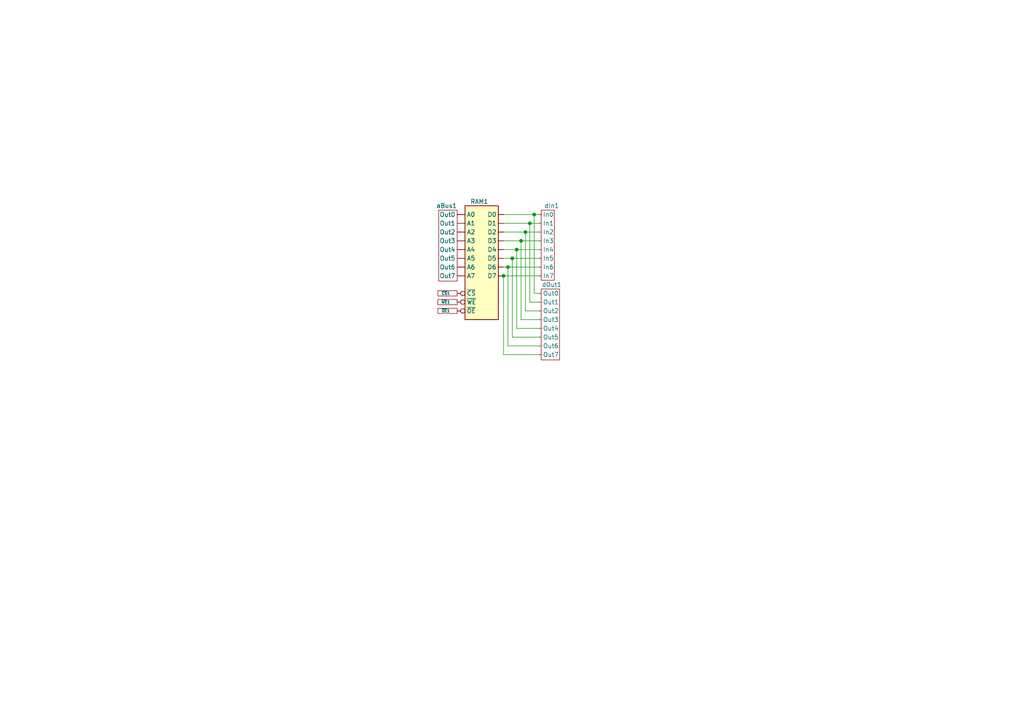
<source format=kicad_sch>
(kicad_sch (version 20230121) (generator eeschema)
  (paper "A4")
  (lib_symbols
    (symbol "Tests:InBus" (pin_numbers hide)
      (property "Reference" "InBus" (at 1.512 11.176 0))
      (symbol "InBus_0_1"
        (rectangle (start 0.75 10.16) (end 4.56 -10.16))
      )
      (symbol "InBus_1_1"
        (pin input line (at 0 8.89 0) (length 0.75) (name "In0") (number "0"))
        (pin input line (at 0 6.35 0) (length 0.75) (name "In1") (number "1"))
        (pin input line (at 0 3.81 0) (length 0.75) (name "In2") (number "2"))
        (pin input line (at 0 1.27 0) (length 0.75) (name "In3") (number "3"))
        (pin input line (at 0 -1.27 0) (length 0.75) (name "In4") (number "4"))
        (pin input line (at 0 -3.81 0) (length 0.75) (name "In5") (number "5"))
        (pin input line (at 0 -6.35 0) (length 0.75) (name "In6") (number "6"))
        (pin input line (at 0 -8.89 0) (length 0.75) (name "In7") (number "7"))
      )
    )
    (symbol "Tests:OutBus" (pin_numbers hide)
      (property "Reference" "OutBus" (at -1.524 11.176 0))
      (symbol "OutBus_0_1"
        (rectangle (start -6.096 10.16) (end -0.75 -10.414))
      )
      (symbol "OutBus_1_1"
        (pin output line (at 0 8.89 180) (length 0.75) (name "Out0") (number "0"))
        (pin output line (at 0 6.35 180) (length 0.75) (name "Out1") (number "1"))
        (pin output line (at 0 3.81 180) (length 0.75) (name "Out2") (number "2"))
        (pin output line (at 0 1.27 180) (length 0.75) (name "Out3") (number "3"))
        (pin output line (at 0 -1.27 180) (length 0.75) (name "Out4") (number "4"))
        (pin output line (at 0 -3.81 180) (length 0.75) (name "Out5") (number "5"))
        (pin output line (at 0 -6.35 180) (length 0.75) (name "Out6") (number "6"))
        (pin output line (at 0 -8.89 180) (length 0.75) (name "Out7") (number "7"))
      )
    )
    (symbol "Tests:OutPin" (pin_numbers hide) (pin_names hide)
      (property "Reference" "OutPin" (at -4.064 0 0))
      (symbol "OutPin_0_1"
        (rectangle (start -6.35 0.762) (end -0.762 -0.762))
      )
      (symbol "OutPin_1_1"
        (pin output line (at 0 0 180) (length 0.75) (name "Out") (number "1"))
      )
    )
    (symbol "chip:RAM256" (pin_numbers hide)
      (property "Reference" "RAM" (at -3.302 20.828 0))
      (symbol "RAM256_0_1"
        (rectangle (start -4.826 20.32) (end 4.826 -12.7) (stroke (width 0.254)) (fill (type background)))
      )
      (symbol "RAM256_1_1"
        (pin input line (at -6.35 17.78 0) (length 1.5) (name "A0") (number "1"))
        (pin bidirectional line (at 6.35 17.78 180) (length 1.5) (name "D0") (number "17"))
        (pin bidirectional line (at 6.35 15.24 180) (length 1.5) (name "D1") (number "18"))
        (pin bidirectional line (at 6.35 12.7 180) (length 1.5) (name "D2") (number "19"))
        (pin input line (at -6.35 15.24 0) (length 1.5) (name "A1") (number "2"))
        (pin bidirectional line (at 6.35 10.16 180) (length 1.5) (name "D3") (number "20"))
        (pin bidirectional line (at 6.35 7.62 180) (length 1.5) (name "D4") (number "21"))
        (pin bidirectional line (at 6.35 5.08 180) (length 1.5) (name "D5") (number "22"))
        (pin bidirectional line (at 6.35 2.54 180) (length 1.5) (name "D6") (number "23"))
        (pin bidirectional line (at 6.35 0 180) (length 1.5) (name "D7") (number "24"))
        (pin input inverted (at -6.35 -5.08 0) (length 1.5) (name "~{CS}") (number "26"))
        (pin input inverted (at -6.35 -10.16 0) (length 1.5) (name "~{OE}") (number "27"))
        (pin input inverted (at -6.35 -7.62 0) (length 1.5) (name "~{WE}") (number "28"))
        (pin input line (at -6.35 12.7 0) (length 1.5) (name "A2") (number "3"))
        (pin input line (at -6.35 10.16 0) (length 1.5) (name "A3") (number "4"))
        (pin input line (at -6.35 7.62 0) (length 1.5) (name "A4") (number "5"))
        (pin input line (at -6.35 5.08 0) (length 1.5) (name "A5") (number "6"))
        (pin input line (at -6.35 2.54 0) (length 1.5) (name "A6") (number "7"))
        (pin input line (at -6.35 0 0) (length 1.5) (name "A7") (number "8"))
      )
    )
  )
  (junction (at 149.86 72.39))
  (junction (at 152.4 67.31))
  (junction (at 148.59 74.93))
  (junction (at 153.67 64.77))
  (junction (at 154.94 62.23))
  (junction (at 151.13 69.85))
  (junction (at 146.05 80.01))
  (junction (at 147.32 77.47))
  (wire (pts (xy 156.21 80.01) (xy 146.05 80.01)))
  (wire (pts (xy 156.21 67.31) (xy 152.4 67.31)))
  (wire (pts (xy 151.13 92.71) (xy 156.21 92.71)))
  (wire (pts (xy 147.32 77.47) (xy 146.05 77.47)))
  (wire (pts (xy 152.4 67.31) (xy 146.05 67.31)))
  (wire (pts (xy 151.13 69.85) (xy 146.05 69.85)))
  (wire (pts (xy 156.21 72.39) (xy 149.86 72.39)))
  (wire (pts (xy 154.94 62.23) (xy 146.05 62.23)))
  (wire (pts (xy 156.21 77.47) (xy 147.32 77.47)))
  (wire (pts (xy 148.59 97.79) (xy 156.21 97.79)))
  (wire (pts (xy 154.94 85.09) (xy 156.21 85.09)))
  (wire (pts (xy 151.13 92.71) (xy 151.13 69.85)))
  (wire (pts (xy 156.21 69.85) (xy 151.13 69.85)))
  (wire (pts (xy 149.86 95.25) (xy 149.86 72.39)))
  (wire (pts (xy 149.86 95.25) (xy 156.21 95.25)))
  (wire (pts (xy 147.32 100.33) (xy 147.32 77.47)))
  (wire (pts (xy 156.21 62.23) (xy 154.94 62.23)))
  (wire (pts (xy 148.59 97.79) (xy 148.59 74.93)))
  (wire (pts (xy 152.4 90.17) (xy 156.21 90.17)))
  (wire (pts (xy 148.59 74.93) (xy 146.05 74.93)))
  (wire (pts (xy 153.67 87.63) (xy 153.67 64.77)))
  (wire (pts (xy 154.94 85.09) (xy 154.94 62.23)))
  (wire (pts (xy 149.86 72.39) (xy 146.05 72.39)))
  (wire (pts (xy 156.21 100.33) (xy 147.32 100.33)))
  (wire (pts (xy 146.05 102.87) (xy 146.05 80.01)))
  (wire (pts (xy 153.67 64.77) (xy 146.05 64.77)))
  (wire (pts (xy 156.21 102.87) (xy 146.05 102.87)))
  (wire (pts (xy 152.4 90.17) (xy 152.4 67.31)))
  (wire (pts (xy 156.21 74.93) (xy 148.59 74.93)))
  (wire (pts (xy 156.21 64.77) (xy 153.67 64.77)))
  (wire (pts (xy 153.67 87.63) (xy 156.21 87.63)))
  (symbol (lib_id "Tests:InBus") (at 156.21 71.12 0) (unit 1)
    (property "Reference" "dIn1" (at 160.02 59.69 0))
    (property "Value" "InBus" (effects hide))
  )
  (symbol (lib_id "Tests:OutPin") (at 133.35 90.17 0) (unit 1)
    (property "Reference" "~{OE}1" (at 129.286 90.17 0) (effects (font (size 0.8 0.8))))
    (property "Value" "OutPin" (effects hide))
  )
  (symbol (lib_id "Tests:OutPin") (at 133.35 85.09 0) (unit 1)
    (property "Reference" "~{CS}1" (at 129.286 85.09 0) (effects (font (size 0.8 0.8))))
    (property "Value" "OutPin" (effects hide))
  )
  (symbol (lib_id "Tests:OutBus") (at 133.35 71.12 0) (unit 1)
    (property "Reference" "aBus1" (at 129.54 59.69 0))
    (property "Value" "OutBus" (effects hide))
  )
  (symbol (lib_id "Tests:OutBus") (at 156.21 93.98 0) (mirror y) (unit 1)
    (property "Reference" "dOut1" (at 160.02 82.55 0))
    (property "Value" "OutBus" (effects hide))
  )
  (symbol (lib_id "Tests:OutPin") (at 133.35 87.63 0) (unit 1)
    (property "Reference" "~{WE}1" (at 129.286 87.63 0) (effects (font (size 0.8 0.8))))
    (property "Value" "OutPin" (effects hide))
  )
  (symbol (lib_id "chip:RAM256") (at 139.7 80.01 0) (unit 1)
    (property "Reference" "RAM1" (at 136.398 59.182 0) (effects (justify left bottom)))
    (property "Value" "RAM" (effects hide))
  )
)
</source>
